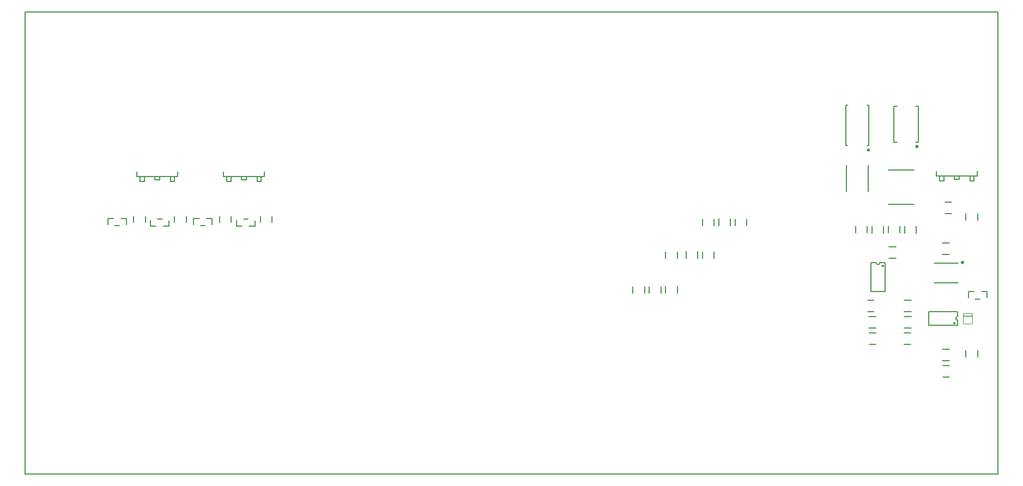
<source format=gbr>
G04 PROTEUS GERBER X2 FILE*
%TF.GenerationSoftware,Labcenter,Proteus,8.7-SP3-Build25561*%
%TF.CreationDate,2021-04-27T11:42:45+00:00*%
%TF.FileFunction,Legend,Bot*%
%TF.FilePolarity,Positive*%
%TF.Part,Single*%
%TF.SameCoordinates,{6203c4a4-ae23-4678-9b2e-be1f49d5fe9b}*%
%FSLAX45Y45*%
%MOMM*%
G01*
%TA.AperFunction,Profile*%
%ADD37C,0.203200*%
%TA.AperFunction,Material*%
%ADD39C,0.203200*%
%ADD40C,0.250000*%
%ADD38C,0.200000*%
%ADD41C,0.101600*%
%TD.AperFunction*%
D37*
X-6604000Y-4254500D02*
X+8509000Y-4254500D01*
X+8509000Y+2921000D01*
X-6604000Y+2921000D01*
X-6604000Y-4254500D01*
D39*
X+8051800Y-1424940D02*
X+8140700Y-1424940D01*
X+8158480Y-1536700D02*
X+8229600Y-1536700D01*
X+8051800Y-1424940D02*
X+8051800Y-1516380D01*
X+8341360Y-1518920D02*
X+8341360Y-1424940D01*
X+8255000Y-1424940D01*
X+8191500Y+452120D02*
X+8191500Y+375920D01*
X+7556500Y+375920D01*
X+7556500Y+452120D01*
X+7912100Y+375920D02*
X+7912100Y+325120D01*
X+7835900Y+325120D01*
X+7835900Y+375920D01*
X+8140700Y+375920D02*
X+8140700Y+299720D01*
X+8077200Y+299720D01*
X+8077200Y+375920D01*
X+7607300Y+375920D02*
X+7607300Y+299720D01*
X+7670800Y+299720D01*
X+7670800Y+375920D02*
X+7670800Y+299720D01*
D40*
X+7259100Y+834620D02*
X+7259057Y+835659D01*
X+7258705Y+837738D01*
X+7257968Y+839817D01*
X+7256764Y+841896D01*
X+7254923Y+843946D01*
X+7252844Y+845449D01*
X+7250765Y+846406D01*
X+7248686Y+846945D01*
X+7246607Y+847120D01*
X+7246600Y+847120D01*
X+7234100Y+834620D02*
X+7234143Y+835659D01*
X+7234495Y+837738D01*
X+7235232Y+839817D01*
X+7236436Y+841896D01*
X+7238277Y+843946D01*
X+7240356Y+845449D01*
X+7242435Y+846406D01*
X+7244514Y+846945D01*
X+7246593Y+847120D01*
X+7246600Y+847120D01*
X+7234100Y+834620D02*
X+7234143Y+833581D01*
X+7234495Y+831502D01*
X+7235232Y+829423D01*
X+7236436Y+827344D01*
X+7238277Y+825294D01*
X+7240356Y+823791D01*
X+7242435Y+822834D01*
X+7244514Y+822295D01*
X+7246593Y+822120D01*
X+7246600Y+822120D01*
X+7259100Y+834620D02*
X+7259057Y+833581D01*
X+7258705Y+831502D01*
X+7257968Y+829423D01*
X+7256764Y+827344D01*
X+7254923Y+825294D01*
X+7252844Y+823791D01*
X+7250765Y+822834D01*
X+7248686Y+822295D01*
X+7246607Y+822120D01*
X+7246600Y+822120D01*
D38*
X+7231600Y+899620D02*
X+7276600Y+899620D01*
X+7276600Y+1459620D01*
X+7231600Y+1459620D01*
X+6941600Y+899620D02*
X+6896600Y+899620D01*
X+6896600Y+1459620D01*
X+6941600Y+1459620D01*
D41*
X+7969100Y-1793340D02*
X+8109100Y-1793340D01*
X+7969100Y-1813340D02*
X+8109100Y-1813340D01*
X+7969100Y-1923340D02*
X+8109100Y-1923340D01*
X+8109100Y-1763340D01*
X+7969100Y-1763340D01*
X+7969100Y-1923340D01*
D38*
X+6805600Y+463120D02*
X+7205600Y+463120D01*
X+6805600Y-66880D02*
X+7205600Y-66880D01*
D40*
X+6507100Y+779620D02*
X+6507057Y+780659D01*
X+6506705Y+782738D01*
X+6505968Y+784817D01*
X+6504764Y+786896D01*
X+6502923Y+788946D01*
X+6500844Y+790449D01*
X+6498765Y+791406D01*
X+6496686Y+791945D01*
X+6494607Y+792120D01*
X+6494600Y+792120D01*
X+6482100Y+779620D02*
X+6482143Y+780659D01*
X+6482495Y+782738D01*
X+6483232Y+784817D01*
X+6484436Y+786896D01*
X+6486277Y+788946D01*
X+6488356Y+790449D01*
X+6490435Y+791406D01*
X+6492514Y+791945D01*
X+6494593Y+792120D01*
X+6494600Y+792120D01*
X+6482100Y+779620D02*
X+6482143Y+778581D01*
X+6482495Y+776502D01*
X+6483232Y+774423D01*
X+6484436Y+772344D01*
X+6486277Y+770294D01*
X+6488356Y+768791D01*
X+6490435Y+767834D01*
X+6492514Y+767295D01*
X+6494593Y+767120D01*
X+6494600Y+767120D01*
X+6507100Y+779620D02*
X+6507057Y+778581D01*
X+6506705Y+776502D01*
X+6505968Y+774423D01*
X+6504764Y+772344D01*
X+6502923Y+770294D01*
X+6500844Y+768791D01*
X+6498765Y+767834D01*
X+6496686Y+767295D01*
X+6494607Y+767120D01*
X+6494600Y+767120D01*
D38*
X+6477100Y+844620D02*
X+6499600Y+844620D01*
X+6499600Y+1474620D01*
X+6477100Y+1474620D01*
X+6172100Y+844620D02*
X+6149600Y+844620D01*
X+6149600Y+1474620D01*
X+6172100Y+1474620D01*
D39*
X+6756400Y-975360D02*
X+6675438Y-975360D01*
X+6673356Y-985981D01*
X+6667636Y-994547D01*
X+6659071Y-1000266D01*
X+6648450Y-1002348D01*
X+6621462Y-975360D02*
X+6623544Y-985981D01*
X+6629264Y-994547D01*
X+6637829Y-1000266D01*
X+6648450Y-1002348D01*
X+6621462Y-975360D02*
X+6540500Y-975360D01*
X+6680200Y-1422400D02*
X+6616700Y-1422400D01*
X+6756400Y-1008380D02*
X+6756400Y-1389380D01*
X+6540500Y-1008380D02*
X+6540500Y-1389380D01*
X+6756400Y-1008380D02*
X+6756400Y-975360D01*
X+6540500Y-975360D02*
X+6540500Y-1008380D01*
X+6616700Y-1422400D02*
X+6540500Y-1422400D01*
X+6540500Y-1389380D01*
X+6756400Y-1389380D02*
X+6756400Y-1422400D01*
X+6680200Y-1422400D01*
X+6731000Y-1024636D02*
X+6730965Y-1023791D01*
X+6730678Y-1022100D01*
X+6730079Y-1020409D01*
X+6729099Y-1018718D01*
X+6727599Y-1017050D01*
X+6725908Y-1015830D01*
X+6724217Y-1015054D01*
X+6722526Y-1014617D01*
X+6720840Y-1014476D01*
X+6710680Y-1024636D02*
X+6710715Y-1023791D01*
X+6711002Y-1022100D01*
X+6711601Y-1020409D01*
X+6712581Y-1018718D01*
X+6714081Y-1017050D01*
X+6715772Y-1015830D01*
X+6717463Y-1015054D01*
X+6719154Y-1014617D01*
X+6720840Y-1014476D01*
X+6710680Y-1024636D02*
X+6710715Y-1025481D01*
X+6711002Y-1027172D01*
X+6711601Y-1028863D01*
X+6712581Y-1030554D01*
X+6714081Y-1032222D01*
X+6715772Y-1033442D01*
X+6717463Y-1034218D01*
X+6719154Y-1034655D01*
X+6720840Y-1034796D01*
X+6731000Y-1024636D02*
X+6730965Y-1025481D01*
X+6730678Y-1027172D01*
X+6730079Y-1028863D01*
X+6729099Y-1030554D01*
X+6727599Y-1032222D01*
X+6725908Y-1033442D01*
X+6724217Y-1034218D01*
X+6722526Y-1034655D01*
X+6720840Y-1034796D01*
X+7881620Y-1948180D02*
X+7881620Y-1867218D01*
X+7870999Y-1865136D01*
X+7862433Y-1859416D01*
X+7856714Y-1850851D01*
X+7854632Y-1840230D01*
X+7881620Y-1813242D02*
X+7870999Y-1815324D01*
X+7862433Y-1821044D01*
X+7856714Y-1829609D01*
X+7854632Y-1840230D01*
X+7881620Y-1813242D02*
X+7881620Y-1732280D01*
X+7434580Y-1871980D02*
X+7434580Y-1808480D01*
X+7848600Y-1948180D02*
X+7467600Y-1948180D01*
X+7848600Y-1732280D02*
X+7467600Y-1732280D01*
X+7848600Y-1948180D02*
X+7881620Y-1948180D01*
X+7881620Y-1732280D02*
X+7848600Y-1732280D01*
X+7434580Y-1808480D02*
X+7434580Y-1732280D01*
X+7467600Y-1732280D01*
X+7467600Y-1948180D02*
X+7434580Y-1948180D01*
X+7434580Y-1871980D01*
X+7842504Y-1912620D02*
X+7842469Y-1911775D01*
X+7842182Y-1910084D01*
X+7841583Y-1908393D01*
X+7840603Y-1906702D01*
X+7839103Y-1905034D01*
X+7837412Y-1903814D01*
X+7835721Y-1903038D01*
X+7834030Y-1902601D01*
X+7832344Y-1902460D01*
X+7822184Y-1912620D02*
X+7822219Y-1911775D01*
X+7822506Y-1910084D01*
X+7823105Y-1908393D01*
X+7824085Y-1906702D01*
X+7825585Y-1905034D01*
X+7827276Y-1903814D01*
X+7828967Y-1903038D01*
X+7830658Y-1902601D01*
X+7832344Y-1902460D01*
X+7822184Y-1912620D02*
X+7822219Y-1913465D01*
X+7822506Y-1915156D01*
X+7823105Y-1916847D01*
X+7824085Y-1918538D01*
X+7825585Y-1920206D01*
X+7827276Y-1921426D01*
X+7828967Y-1922202D01*
X+7830658Y-1922639D01*
X+7832344Y-1922780D01*
X+7842504Y-1912620D02*
X+7842469Y-1913465D01*
X+7842182Y-1915156D01*
X+7841583Y-1916847D01*
X+7840603Y-1918538D01*
X+7839103Y-1920206D01*
X+7837412Y-1921426D01*
X+7835721Y-1922202D01*
X+7834030Y-1922639D01*
X+7832344Y-1922780D01*
D38*
X+6494600Y+542620D02*
X+6494600Y+132620D01*
X+6154600Y+542620D02*
X+6154600Y+132620D01*
D40*
X+7966100Y-965380D02*
X+7966057Y-964341D01*
X+7965705Y-962262D01*
X+7964968Y-960183D01*
X+7963764Y-958104D01*
X+7961923Y-956054D01*
X+7959844Y-954551D01*
X+7957765Y-953594D01*
X+7955686Y-953055D01*
X+7953607Y-952880D01*
X+7953600Y-952880D01*
X+7941100Y-965380D02*
X+7941143Y-964341D01*
X+7941495Y-962262D01*
X+7942232Y-960183D01*
X+7943436Y-958104D01*
X+7945277Y-956054D01*
X+7947356Y-954551D01*
X+7949435Y-953594D01*
X+7951514Y-953055D01*
X+7953593Y-952880D01*
X+7953600Y-952880D01*
X+7941100Y-965380D02*
X+7941143Y-966419D01*
X+7941495Y-968498D01*
X+7942232Y-970577D01*
X+7943436Y-972656D01*
X+7945277Y-974706D01*
X+7947356Y-976209D01*
X+7949435Y-977166D01*
X+7951514Y-977705D01*
X+7953593Y-977880D01*
X+7953600Y-977880D01*
X+7966100Y-965380D02*
X+7966057Y-966419D01*
X+7965705Y-968498D01*
X+7964968Y-970577D01*
X+7963764Y-972656D01*
X+7961923Y-974706D01*
X+7959844Y-976209D01*
X+7957765Y-977166D01*
X+7955686Y-977705D01*
X+7953607Y-977880D01*
X+7953600Y-977880D01*
D38*
X+7888600Y-982880D02*
X+7518600Y-982880D01*
X+7888600Y-1287880D02*
X+7518600Y-1287880D01*
X+7753600Y-844380D02*
X+7643600Y-844380D01*
X+7753600Y-664380D02*
X+7643600Y-664380D01*
X+6610600Y-2241380D02*
X+6510600Y-2241380D01*
X+6610600Y-2061380D02*
X+6510600Y-2061380D01*
X+6583100Y-1733380D02*
X+6483100Y-1733380D01*
X+6583100Y-1553380D02*
X+6483100Y-1553380D01*
X+6298100Y-504880D02*
X+6298100Y-404880D01*
X+6478100Y-504880D02*
X+6478100Y-404880D01*
X+6806100Y-504880D02*
X+6806100Y-404880D01*
X+6986100Y-504880D02*
X+6986100Y-404880D01*
X+7154600Y-2241380D02*
X+7054600Y-2241380D01*
X+7154600Y-2061380D02*
X+7054600Y-2061380D01*
X+8192600Y-2337380D02*
X+8192600Y-2437380D01*
X+8012600Y-2337380D02*
X+8012600Y-2437380D01*
X+7753600Y-2495380D02*
X+7643600Y-2495380D01*
X+7753600Y-2315380D02*
X+7643600Y-2315380D01*
X+7240100Y-404880D02*
X+7240100Y-514880D01*
X+7060100Y-404880D02*
X+7060100Y-514880D01*
X+8192600Y-214380D02*
X+8192600Y-314380D01*
X+8012600Y-214380D02*
X+8012600Y-314380D01*
X+7689600Y-29380D02*
X+7789600Y-29380D01*
X+7689600Y-209380D02*
X+7789600Y-209380D01*
X+7753600Y-2749380D02*
X+7653600Y-2749380D01*
X+7753600Y-2569380D02*
X+7653600Y-2569380D01*
X+6732100Y-404880D02*
X+6732100Y-514880D01*
X+6552100Y-404880D02*
X+6552100Y-514880D01*
X+6928100Y-907880D02*
X+6818100Y-907880D01*
X+6928100Y-727880D02*
X+6818100Y-727880D01*
X+7164600Y-1733380D02*
X+7054600Y-1733380D01*
X+7164600Y-1553380D02*
X+7054600Y-1553380D01*
X+7164600Y-1987380D02*
X+7054600Y-1987380D01*
X+7164600Y-1807380D02*
X+7054600Y-1807380D01*
X+6610600Y-1987380D02*
X+6500600Y-1987380D01*
X+6610600Y-1807380D02*
X+6500600Y-1807380D01*
D39*
X-4229100Y+444500D02*
X-4229100Y+368300D01*
X-4864100Y+368300D01*
X-4864100Y+444500D01*
X-4508500Y+368300D02*
X-4508500Y+317500D01*
X-4584700Y+317500D01*
X-4584700Y+368300D01*
X-4279900Y+368300D02*
X-4279900Y+292100D01*
X-4343400Y+292100D01*
X-4343400Y+368300D01*
X-4813300Y+368300D02*
X-4813300Y+292100D01*
X-4749800Y+292100D01*
X-4749800Y+368300D02*
X-4749800Y+292100D01*
X-2882900Y+444500D02*
X-2882900Y+368300D01*
X-3517900Y+368300D01*
X-3517900Y+444500D01*
X-3162300Y+368300D02*
X-3162300Y+317500D01*
X-3238500Y+317500D01*
X-3238500Y+368300D01*
X-2933700Y+368300D02*
X-2933700Y+292100D01*
X-2997200Y+292100D01*
X-2997200Y+368300D01*
X-3467100Y+368300D02*
X-3467100Y+292100D01*
X-3403600Y+292100D01*
X-3403600Y+368300D02*
X-3403600Y+292100D01*
X-5318760Y-289560D02*
X-5229860Y-289560D01*
X-5212080Y-401320D02*
X-5140960Y-401320D01*
X-5318760Y-289560D02*
X-5318760Y-381000D01*
X-5029200Y-383540D02*
X-5029200Y-289560D01*
X-5115560Y-289560D01*
X-3985260Y-289560D02*
X-3896360Y-289560D01*
X-3878580Y-401320D02*
X-3807460Y-401320D01*
X-3985260Y-289560D02*
X-3985260Y-381000D01*
X-3695700Y-383540D02*
X-3695700Y-289560D01*
X-3782060Y-289560D01*
X-4363720Y-408940D02*
X-4452620Y-408940D01*
X-4470400Y-297180D02*
X-4541520Y-297180D01*
X-4363720Y-408940D02*
X-4363720Y-317500D01*
X-4653280Y-314960D02*
X-4653280Y-408940D01*
X-4566920Y-408940D01*
X-3030220Y-408940D02*
X-3119120Y-408940D01*
X-3136900Y-297180D02*
X-3208020Y-297180D01*
X-3030220Y-408940D02*
X-3030220Y-317500D01*
X-3319780Y-314960D02*
X-3319780Y-408940D01*
X-3233420Y-408940D01*
D38*
X-4736000Y-249500D02*
X-4736000Y-349500D01*
X-4916000Y-249500D02*
X-4916000Y-349500D01*
X-4101000Y-249500D02*
X-4101000Y-349500D01*
X-4281000Y-249500D02*
X-4281000Y-349500D01*
X-3402500Y-249500D02*
X-3402500Y-349500D01*
X-3582500Y-249500D02*
X-3582500Y-349500D01*
X-2767500Y-249500D02*
X-2767500Y-349500D01*
X-2947500Y-249500D02*
X-2947500Y-349500D01*
X+3529000Y-1337500D02*
X+3529000Y-1447500D01*
X+3349000Y-1337500D02*
X+3349000Y-1447500D01*
X+3846500Y-793500D02*
X+3846500Y-903500D01*
X+3666500Y-793500D02*
X+3666500Y-903500D01*
X+4354500Y-285500D02*
X+4354500Y-395500D01*
X+4174500Y-285500D02*
X+4174500Y-395500D01*
X+2841000Y-1447500D02*
X+2841000Y-1347500D01*
X+3021000Y-1447500D02*
X+3021000Y-1347500D01*
X+3349000Y-903500D02*
X+3349000Y-803500D01*
X+3529000Y-903500D02*
X+3529000Y-803500D01*
X+3920500Y-903500D02*
X+3920500Y-803500D01*
X+4100500Y-903500D02*
X+4100500Y-803500D01*
X+3095000Y-1447500D02*
X+3095000Y-1347500D01*
X+3275000Y-1447500D02*
X+3275000Y-1347500D01*
X+3920500Y-395500D02*
X+3920500Y-295500D01*
X+4100500Y-395500D02*
X+4100500Y-295500D01*
X+4428500Y-395500D02*
X+4428500Y-295500D01*
X+4608500Y-395500D02*
X+4608500Y-295500D01*
M02*

</source>
